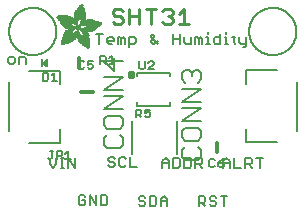
<source format=gbr>
G04 EAGLE Gerber RS-274X export*
G75*
%MOMM*%
%FSLAX34Y34*%
%LPD*%
%INSilkscreen Top*%
%IPPOS*%
%AMOC8*
5,1,8,0,0,1.08239X$1,22.5*%
G01*
%ADD10C,0.152400*%
%ADD11C,0.228600*%
%ADD12C,0.127000*%
%ADD13C,0.304800*%
%ADD14C,0.203200*%
%ADD15R,0.050800X0.006300*%
%ADD16R,0.082600X0.006400*%
%ADD17R,0.120600X0.006300*%
%ADD18R,0.139700X0.006400*%
%ADD19R,0.158800X0.006300*%
%ADD20R,0.177800X0.006400*%
%ADD21R,0.196800X0.006300*%
%ADD22R,0.215900X0.006400*%
%ADD23R,0.228600X0.006300*%
%ADD24R,0.241300X0.006400*%
%ADD25R,0.254000X0.006300*%
%ADD26R,0.266700X0.006400*%
%ADD27R,0.279400X0.006300*%
%ADD28R,0.285700X0.006400*%
%ADD29R,0.298400X0.006300*%
%ADD30R,0.311200X0.006400*%
%ADD31R,0.317500X0.006300*%
%ADD32R,0.330200X0.006400*%
%ADD33R,0.336600X0.006300*%
%ADD34R,0.349200X0.006400*%
%ADD35R,0.361900X0.006300*%
%ADD36R,0.368300X0.006400*%
%ADD37R,0.381000X0.006300*%
%ADD38R,0.387300X0.006400*%
%ADD39R,0.393700X0.006300*%
%ADD40R,0.406400X0.006400*%
%ADD41R,0.412700X0.006300*%
%ADD42R,0.419100X0.006400*%
%ADD43R,0.431800X0.006300*%
%ADD44R,0.438100X0.006400*%
%ADD45R,0.450800X0.006300*%
%ADD46R,0.457200X0.006400*%
%ADD47R,0.463500X0.006300*%
%ADD48R,0.476200X0.006400*%
%ADD49R,0.482600X0.006300*%
%ADD50R,0.488900X0.006400*%
%ADD51R,0.501600X0.006300*%
%ADD52R,0.508000X0.006400*%
%ADD53R,0.514300X0.006300*%
%ADD54R,0.527000X0.006400*%
%ADD55R,0.533400X0.006300*%
%ADD56R,0.546100X0.006400*%
%ADD57R,0.552400X0.006300*%
%ADD58R,0.558800X0.006400*%
%ADD59R,0.571500X0.006300*%
%ADD60R,0.577800X0.006400*%
%ADD61R,0.584200X0.006300*%
%ADD62R,0.596900X0.006400*%
%ADD63R,0.603200X0.006300*%
%ADD64R,0.609600X0.006400*%
%ADD65R,0.622300X0.006300*%
%ADD66R,0.628600X0.006400*%
%ADD67R,0.641300X0.006300*%
%ADD68R,0.647700X0.006400*%
%ADD69R,0.063500X0.006300*%
%ADD70R,0.654000X0.006300*%
%ADD71R,0.101600X0.006400*%
%ADD72R,0.666700X0.006400*%
%ADD73R,0.139700X0.006300*%
%ADD74R,0.673100X0.006300*%
%ADD75R,0.165100X0.006400*%
%ADD76R,0.679400X0.006400*%
%ADD77R,0.196900X0.006300*%
%ADD78R,0.692100X0.006300*%
%ADD79R,0.222200X0.006400*%
%ADD80R,0.698500X0.006400*%
%ADD81R,0.247700X0.006300*%
%ADD82R,0.704800X0.006300*%
%ADD83R,0.279400X0.006400*%
%ADD84R,0.717500X0.006400*%
%ADD85R,0.298500X0.006300*%
%ADD86R,0.723900X0.006300*%
%ADD87R,0.736600X0.006400*%
%ADD88R,0.342900X0.006300*%
%ADD89R,0.742900X0.006300*%
%ADD90R,0.374700X0.006400*%
%ADD91R,0.749300X0.006400*%
%ADD92R,0.762000X0.006300*%
%ADD93R,0.412700X0.006400*%
%ADD94R,0.768300X0.006400*%
%ADD95R,0.438100X0.006300*%
%ADD96R,0.774700X0.006300*%
%ADD97R,0.463600X0.006400*%
%ADD98R,0.787400X0.006400*%
%ADD99R,0.793700X0.006300*%
%ADD100R,0.495300X0.006400*%
%ADD101R,0.800100X0.006400*%
%ADD102R,0.520700X0.006300*%
%ADD103R,0.812800X0.006300*%
%ADD104R,0.533400X0.006400*%
%ADD105R,0.819100X0.006400*%
%ADD106R,0.558800X0.006300*%
%ADD107R,0.825500X0.006300*%
%ADD108R,0.577900X0.006400*%
%ADD109R,0.831800X0.006400*%
%ADD110R,0.596900X0.006300*%
%ADD111R,0.844500X0.006300*%
%ADD112R,0.616000X0.006400*%
%ADD113R,0.850900X0.006400*%
%ADD114R,0.635000X0.006300*%
%ADD115R,0.857200X0.006300*%
%ADD116R,0.654100X0.006400*%
%ADD117R,0.863600X0.006400*%
%ADD118R,0.666700X0.006300*%
%ADD119R,0.869900X0.006300*%
%ADD120R,0.685800X0.006400*%
%ADD121R,0.876300X0.006400*%
%ADD122R,0.882600X0.006300*%
%ADD123R,0.723900X0.006400*%
%ADD124R,0.889000X0.006400*%
%ADD125R,0.895300X0.006300*%
%ADD126R,0.755700X0.006400*%
%ADD127R,0.901700X0.006400*%
%ADD128R,0.908000X0.006300*%
%ADD129R,0.793800X0.006400*%
%ADD130R,0.914400X0.006400*%
%ADD131R,0.806400X0.006300*%
%ADD132R,0.920700X0.006300*%
%ADD133R,0.825500X0.006400*%
%ADD134R,0.927100X0.006400*%
%ADD135R,0.933400X0.006300*%
%ADD136R,0.857300X0.006400*%
%ADD137R,0.939800X0.006400*%
%ADD138R,0.870000X0.006300*%
%ADD139R,0.939800X0.006300*%
%ADD140R,0.946100X0.006400*%
%ADD141R,0.952500X0.006300*%
%ADD142R,0.908000X0.006400*%
%ADD143R,0.958800X0.006400*%
%ADD144R,0.965200X0.006300*%
%ADD145R,0.965200X0.006400*%
%ADD146R,0.971500X0.006300*%
%ADD147R,0.952500X0.006400*%
%ADD148R,0.977900X0.006400*%
%ADD149R,0.958800X0.006300*%
%ADD150R,0.984200X0.006300*%
%ADD151R,0.971500X0.006400*%
%ADD152R,0.984200X0.006400*%
%ADD153R,0.990600X0.006300*%
%ADD154R,0.984300X0.006400*%
%ADD155R,0.996900X0.006400*%
%ADD156R,0.997000X0.006300*%
%ADD157R,0.996900X0.006300*%
%ADD158R,1.003300X0.006400*%
%ADD159R,1.016000X0.006300*%
%ADD160R,1.009600X0.006300*%
%ADD161R,1.016000X0.006400*%
%ADD162R,1.009600X0.006400*%
%ADD163R,1.022300X0.006300*%
%ADD164R,1.028700X0.006400*%
%ADD165R,1.035100X0.006300*%
%ADD166R,1.047800X0.006400*%
%ADD167R,1.054100X0.006300*%
%ADD168R,1.028700X0.006300*%
%ADD169R,1.054100X0.006400*%
%ADD170R,1.035000X0.006400*%
%ADD171R,1.060400X0.006300*%
%ADD172R,1.035000X0.006300*%
%ADD173R,1.060500X0.006400*%
%ADD174R,1.041400X0.006400*%
%ADD175R,1.066800X0.006300*%
%ADD176R,1.041400X0.006300*%
%ADD177R,1.079500X0.006400*%
%ADD178R,1.047700X0.006400*%
%ADD179R,1.085900X0.006300*%
%ADD180R,1.047700X0.006300*%
%ADD181R,1.085800X0.006400*%
%ADD182R,1.092200X0.006300*%
%ADD183R,1.085900X0.006400*%
%ADD184R,1.098600X0.006300*%
%ADD185R,1.098600X0.006400*%
%ADD186R,1.060400X0.006400*%
%ADD187R,1.104900X0.006300*%
%ADD188R,1.104900X0.006400*%
%ADD189R,1.066800X0.006400*%
%ADD190R,1.111200X0.006300*%
%ADD191R,1.117600X0.006400*%
%ADD192R,1.117600X0.006300*%
%ADD193R,1.073100X0.006300*%
%ADD194R,1.073100X0.006400*%
%ADD195R,1.124000X0.006300*%
%ADD196R,1.079500X0.006300*%
%ADD197R,1.123900X0.006400*%
%ADD198R,1.130300X0.006300*%
%ADD199R,1.130300X0.006400*%
%ADD200R,1.136700X0.006400*%
%ADD201R,1.136700X0.006300*%
%ADD202R,1.085800X0.006300*%
%ADD203R,1.136600X0.006400*%
%ADD204R,1.136600X0.006300*%
%ADD205R,1.143000X0.006400*%
%ADD206R,1.143000X0.006300*%
%ADD207R,1.149400X0.006300*%
%ADD208R,1.149300X0.006300*%
%ADD209R,1.149300X0.006400*%
%ADD210R,1.149400X0.006400*%
%ADD211R,1.155700X0.006400*%
%ADD212R,1.155700X0.006300*%
%ADD213R,1.060500X0.006300*%
%ADD214R,2.197100X0.006400*%
%ADD215R,2.197100X0.006300*%
%ADD216R,2.184400X0.006300*%
%ADD217R,2.184400X0.006400*%
%ADD218R,2.171700X0.006400*%
%ADD219R,2.171700X0.006300*%
%ADD220R,1.530300X0.006400*%
%ADD221R,1.505000X0.006300*%
%ADD222R,1.492300X0.006400*%
%ADD223R,1.485900X0.006300*%
%ADD224R,0.565200X0.006300*%
%ADD225R,1.473200X0.006400*%
%ADD226R,0.565200X0.006400*%
%ADD227R,1.460500X0.006300*%
%ADD228R,1.454100X0.006400*%
%ADD229R,0.552400X0.006400*%
%ADD230R,1.441500X0.006300*%
%ADD231R,0.546100X0.006300*%
%ADD232R,1.435100X0.006400*%
%ADD233R,0.539800X0.006400*%
%ADD234R,1.428800X0.006300*%
%ADD235R,1.422400X0.006400*%
%ADD236R,1.409700X0.006300*%
%ADD237R,0.527100X0.006300*%
%ADD238R,1.403300X0.006400*%
%ADD239R,0.527100X0.006400*%
%ADD240R,1.390700X0.006300*%
%ADD241R,1.384300X0.006400*%
%ADD242R,0.520700X0.006400*%
%ADD243R,1.384300X0.006300*%
%ADD244R,0.514400X0.006300*%
%ADD245R,1.371600X0.006400*%
%ADD246R,1.365200X0.006300*%
%ADD247R,0.508000X0.006300*%
%ADD248R,1.352600X0.006400*%
%ADD249R,0.501700X0.006400*%
%ADD250R,0.711200X0.006300*%
%ADD251R,0.603300X0.006300*%
%ADD252R,0.501700X0.006300*%
%ADD253R,0.692100X0.006400*%
%ADD254R,0.571500X0.006400*%
%ADD255R,0.679400X0.006300*%
%ADD256R,0.495300X0.006300*%
%ADD257R,0.673100X0.006400*%
%ADD258R,0.666800X0.006300*%
%ADD259R,0.488900X0.006300*%
%ADD260R,0.660400X0.006400*%
%ADD261R,0.482600X0.006400*%
%ADD262R,0.476200X0.006300*%
%ADD263R,0.654000X0.006400*%
%ADD264R,0.469900X0.006400*%
%ADD265R,0.476300X0.006400*%
%ADD266R,0.647700X0.006300*%
%ADD267R,0.457200X0.006300*%
%ADD268R,0.469900X0.006300*%
%ADD269R,0.641300X0.006400*%
%ADD270R,0.444500X0.006400*%
%ADD271R,0.463600X0.006300*%
%ADD272R,0.635000X0.006400*%
%ADD273R,0.463500X0.006400*%
%ADD274R,0.393700X0.006400*%
%ADD275R,0.450800X0.006400*%
%ADD276R,0.628600X0.006300*%
%ADD277R,0.387400X0.006300*%
%ADD278R,0.450900X0.006300*%
%ADD279R,0.628700X0.006400*%
%ADD280R,0.374600X0.006400*%
%ADD281R,0.368300X0.006300*%
%ADD282R,0.438200X0.006300*%
%ADD283R,0.622300X0.006400*%
%ADD284R,0.355600X0.006400*%
%ADD285R,0.431800X0.006400*%
%ADD286R,0.349300X0.006300*%
%ADD287R,0.425400X0.006300*%
%ADD288R,0.615900X0.006300*%
%ADD289R,0.330200X0.006300*%
%ADD290R,0.419100X0.006300*%
%ADD291R,0.616000X0.006300*%
%ADD292R,0.311200X0.006300*%
%ADD293R,0.406400X0.006300*%
%ADD294R,0.615900X0.006400*%
%ADD295R,0.304800X0.006400*%
%ADD296R,0.158800X0.006400*%
%ADD297R,0.609600X0.006300*%
%ADD298R,0.292100X0.006300*%
%ADD299R,0.235000X0.006300*%
%ADD300R,0.387400X0.006400*%
%ADD301R,0.292100X0.006400*%
%ADD302R,0.336500X0.006300*%
%ADD303R,0.260400X0.006300*%
%ADD304R,0.603300X0.006400*%
%ADD305R,0.260400X0.006400*%
%ADD306R,0.362000X0.006400*%
%ADD307R,0.450900X0.006400*%
%ADD308R,0.355600X0.006300*%
%ADD309R,0.342900X0.006400*%
%ADD310R,0.514300X0.006400*%
%ADD311R,0.234900X0.006300*%
%ADD312R,0.539700X0.006300*%
%ADD313R,0.603200X0.006400*%
%ADD314R,0.234900X0.006400*%
%ADD315R,0.920700X0.006400*%
%ADD316R,0.958900X0.006400*%
%ADD317R,0.215900X0.006300*%
%ADD318R,0.209600X0.006400*%
%ADD319R,0.203200X0.006300*%
%ADD320R,1.003300X0.006300*%
%ADD321R,0.203200X0.006400*%
%ADD322R,0.196900X0.006400*%
%ADD323R,0.190500X0.006300*%
%ADD324R,0.190500X0.006400*%
%ADD325R,0.184200X0.006300*%
%ADD326R,0.590500X0.006400*%
%ADD327R,0.184200X0.006400*%
%ADD328R,0.590500X0.006300*%
%ADD329R,0.177800X0.006300*%
%ADD330R,0.584200X0.006400*%
%ADD331R,1.168400X0.006400*%
%ADD332R,0.171500X0.006300*%
%ADD333R,1.187500X0.006300*%
%ADD334R,1.200100X0.006400*%
%ADD335R,0.577800X0.006300*%
%ADD336R,1.212900X0.006300*%
%ADD337R,1.231900X0.006400*%
%ADD338R,1.250900X0.006300*%
%ADD339R,0.565100X0.006400*%
%ADD340R,0.184100X0.006400*%
%ADD341R,1.263700X0.006400*%
%ADD342R,0.565100X0.006300*%
%ADD343R,1.289100X0.006300*%
%ADD344R,1.314400X0.006400*%
%ADD345R,0.552500X0.006300*%
%ADD346R,1.568500X0.006300*%
%ADD347R,0.552500X0.006400*%
%ADD348R,1.581200X0.006400*%
%ADD349R,1.593800X0.006300*%
%ADD350R,1.606500X0.006400*%
%ADD351R,1.619300X0.006300*%
%ADD352R,0.514400X0.006400*%
%ADD353R,1.638300X0.006400*%
%ADD354R,1.657300X0.006300*%
%ADD355R,2.209800X0.006400*%
%ADD356R,2.425700X0.006300*%
%ADD357R,2.470100X0.006400*%
%ADD358R,2.501900X0.006300*%
%ADD359R,2.533700X0.006400*%
%ADD360R,2.559000X0.006300*%
%ADD361R,2.584500X0.006400*%
%ADD362R,2.609900X0.006300*%
%ADD363R,2.628900X0.006400*%
%ADD364R,2.660600X0.006300*%
%ADD365R,2.673400X0.006400*%
%ADD366R,1.422400X0.006300*%
%ADD367R,1.200200X0.006300*%
%ADD368R,1.365300X0.006300*%
%ADD369R,1.365300X0.006400*%
%ADD370R,1.352500X0.006300*%
%ADD371R,1.098500X0.006300*%
%ADD372R,1.358900X0.006400*%
%ADD373R,1.352600X0.006300*%
%ADD374R,1.358900X0.006300*%
%ADD375R,1.371600X0.006300*%
%ADD376R,1.377900X0.006400*%
%ADD377R,1.397000X0.006400*%
%ADD378R,1.403300X0.006300*%
%ADD379R,0.914400X0.006300*%
%ADD380R,0.876300X0.006300*%
%ADD381R,0.374600X0.006300*%
%ADD382R,1.073200X0.006400*%
%ADD383R,0.374700X0.006300*%
%ADD384R,0.844600X0.006400*%
%ADD385R,0.844600X0.006300*%
%ADD386R,0.831900X0.006400*%
%ADD387R,1.092200X0.006400*%
%ADD388R,0.400000X0.006300*%
%ADD389R,0.819200X0.006400*%
%ADD390R,1.111300X0.006400*%
%ADD391R,0.812800X0.006400*%
%ADD392R,0.800100X0.006300*%
%ADD393R,0.476300X0.006300*%
%ADD394R,1.181100X0.006300*%
%ADD395R,0.501600X0.006400*%
%ADD396R,1.193800X0.006400*%
%ADD397R,0.781000X0.006400*%
%ADD398R,1.238200X0.006400*%
%ADD399R,0.781100X0.006300*%
%ADD400R,1.257300X0.006300*%
%ADD401R,1.295400X0.006400*%
%ADD402R,1.333500X0.006300*%
%ADD403R,0.774700X0.006400*%
%ADD404R,1.866900X0.006400*%
%ADD405R,0.209600X0.006300*%
%ADD406R,1.866900X0.006300*%
%ADD407R,0.768400X0.006400*%
%ADD408R,0.209500X0.006400*%
%ADD409R,1.860600X0.006400*%
%ADD410R,0.762000X0.006400*%
%ADD411R,0.768400X0.006300*%
%ADD412R,1.860600X0.006300*%
%ADD413R,1.860500X0.006400*%
%ADD414R,0.222300X0.006300*%
%ADD415R,1.854200X0.006300*%
%ADD416R,0.235000X0.006400*%
%ADD417R,1.854200X0.006400*%
%ADD418R,0.768300X0.006300*%
%ADD419R,0.260300X0.006400*%
%ADD420R,1.847800X0.006400*%
%ADD421R,0.266700X0.006300*%
%ADD422R,1.847800X0.006300*%
%ADD423R,0.273100X0.006400*%
%ADD424R,1.841500X0.006400*%
%ADD425R,0.285800X0.006300*%
%ADD426R,1.841500X0.006300*%
%ADD427R,0.298500X0.006400*%
%ADD428R,1.835100X0.006400*%
%ADD429R,0.781000X0.006300*%
%ADD430R,0.304800X0.006300*%
%ADD431R,1.835100X0.006300*%
%ADD432R,0.317500X0.006400*%
%ADD433R,1.828800X0.006400*%
%ADD434R,0.787400X0.006300*%
%ADD435R,0.323800X0.006300*%
%ADD436R,1.828800X0.006300*%
%ADD437R,0.793700X0.006400*%
%ADD438R,1.822400X0.006400*%
%ADD439R,0.806500X0.006300*%
%ADD440R,1.822400X0.006300*%
%ADD441R,1.816100X0.006400*%
%ADD442R,0.819100X0.006300*%
%ADD443R,0.387300X0.006300*%
%ADD444R,1.816100X0.006300*%
%ADD445R,1.809800X0.006400*%
%ADD446R,1.803400X0.006300*%
%ADD447R,1.797000X0.006400*%
%ADD448R,0.901700X0.006300*%
%ADD449R,1.797000X0.006300*%
%ADD450R,1.441400X0.006400*%
%ADD451R,1.790700X0.006400*%
%ADD452R,1.447800X0.006300*%
%ADD453R,1.784300X0.006300*%
%ADD454R,1.447800X0.006400*%
%ADD455R,1.784300X0.006400*%
%ADD456R,1.454100X0.006300*%
%ADD457R,1.771700X0.006300*%
%ADD458R,1.460500X0.006400*%
%ADD459R,1.759000X0.006400*%
%ADD460R,1.466800X0.006300*%
%ADD461R,1.752600X0.006300*%
%ADD462R,1.466800X0.006400*%
%ADD463R,1.739900X0.006400*%
%ADD464R,1.473200X0.006300*%
%ADD465R,1.727200X0.006300*%
%ADD466R,1.479500X0.006400*%
%ADD467R,1.714500X0.006400*%
%ADD468R,1.695400X0.006300*%
%ADD469R,1.485900X0.006400*%
%ADD470R,1.682700X0.006400*%
%ADD471R,1.492200X0.006300*%
%ADD472R,1.663700X0.006300*%
%ADD473R,1.498600X0.006400*%
%ADD474R,1.644600X0.006400*%
%ADD475R,1.498600X0.006300*%
%ADD476R,1.619200X0.006300*%
%ADD477R,1.511300X0.006400*%
%ADD478R,1.600200X0.006400*%
%ADD479R,1.517700X0.006300*%
%ADD480R,1.574800X0.006300*%
%ADD481R,1.524000X0.006400*%
%ADD482R,1.555800X0.006400*%
%ADD483R,1.524000X0.006300*%
%ADD484R,1.536700X0.006300*%
%ADD485R,1.530400X0.006400*%
%ADD486R,1.517700X0.006400*%
%ADD487R,1.492300X0.006300*%
%ADD488R,1.549400X0.006400*%
%ADD489R,1.479600X0.006400*%
%ADD490R,1.549400X0.006300*%
%ADD491R,1.555700X0.006400*%
%ADD492R,1.562100X0.006300*%
%ADD493R,0.323900X0.006300*%
%ADD494R,1.568400X0.006400*%
%ADD495R,0.336600X0.006400*%
%ADD496R,1.587500X0.006300*%
%ADD497R,0.971600X0.006300*%
%ADD498R,0.349300X0.006400*%
%ADD499R,1.600200X0.006300*%
%ADD500R,0.920800X0.006300*%
%ADD501R,0.882700X0.006400*%
%ADD502R,1.612900X0.006300*%
%ADD503R,0.362000X0.006300*%
%ADD504R,1.625600X0.006400*%
%ADD505R,1.625600X0.006300*%
%ADD506R,1.644600X0.006300*%
%ADD507R,0.736600X0.006300*%
%ADD508R,0.717600X0.006400*%
%ADD509R,1.657400X0.006300*%
%ADD510R,0.679500X0.006300*%
%ADD511R,1.663700X0.006400*%
%ADD512R,0.400000X0.006400*%
%ADD513R,1.676400X0.006300*%
%ADD514R,1.676400X0.006400*%
%ADD515R,0.425500X0.006400*%
%ADD516R,1.352500X0.006400*%
%ADD517R,0.444500X0.006300*%
%ADD518R,0.361900X0.006400*%
%ADD519R,0.088900X0.006300*%
%ADD520R,1.009700X0.006300*%
%ADD521R,1.009700X0.006400*%
%ADD522R,1.022300X0.006400*%
%ADD523R,1.346200X0.006400*%
%ADD524R,1.346200X0.006300*%
%ADD525R,1.339900X0.006400*%
%ADD526R,1.035100X0.006400*%
%ADD527R,1.339800X0.006300*%
%ADD528R,1.333500X0.006400*%
%ADD529R,1.327200X0.006400*%
%ADD530R,1.320800X0.006300*%
%ADD531R,1.314500X0.006400*%
%ADD532R,1.314400X0.006300*%
%ADD533R,1.301700X0.006400*%
%ADD534R,1.295400X0.006300*%
%ADD535R,1.289000X0.006400*%
%ADD536R,1.276300X0.006300*%
%ADD537R,1.251000X0.006300*%
%ADD538R,1.244600X0.006400*%
%ADD539R,1.231900X0.006300*%
%ADD540R,1.212800X0.006400*%
%ADD541R,1.200100X0.006300*%
%ADD542R,1.187400X0.006400*%
%ADD543R,1.168400X0.006300*%
%ADD544R,1.047800X0.006300*%
%ADD545R,0.977900X0.006300*%
%ADD546R,0.946200X0.006400*%
%ADD547R,0.933400X0.006400*%
%ADD548R,0.895300X0.006400*%
%ADD549R,0.882700X0.006300*%
%ADD550R,0.863600X0.006300*%
%ADD551R,0.857200X0.006400*%
%ADD552R,0.850900X0.006300*%
%ADD553R,0.838200X0.006300*%
%ADD554R,0.806500X0.006400*%
%ADD555R,0.717600X0.006300*%
%ADD556R,0.711200X0.006400*%
%ADD557R,0.641400X0.006400*%
%ADD558R,0.641400X0.006300*%
%ADD559R,0.628700X0.006300*%
%ADD560R,0.590600X0.006300*%
%ADD561R,0.539700X0.006400*%
%ADD562R,0.285700X0.006300*%
%ADD563R,0.222200X0.006300*%
%ADD564R,0.171400X0.006300*%
%ADD565R,0.152400X0.006400*%
%ADD566R,0.133400X0.006300*%
%ADD567R,0.127000X0.762000*%
%ADD568C,0.406400*%

G36*
X37348Y122433D02*
X37348Y122433D01*
X37377Y122430D01*
X37469Y122450D01*
X37562Y122463D01*
X37589Y122476D01*
X37618Y122482D01*
X37698Y122530D01*
X37782Y122572D01*
X37803Y122593D01*
X37829Y122608D01*
X37890Y122680D01*
X37956Y122746D01*
X37969Y122772D01*
X37989Y122795D01*
X38024Y122882D01*
X38066Y122966D01*
X38070Y122996D01*
X38081Y123023D01*
X38099Y123190D01*
X38099Y128270D01*
X38094Y128299D01*
X38097Y128329D01*
X38075Y128420D01*
X38060Y128513D01*
X38046Y128539D01*
X38039Y128568D01*
X37988Y128647D01*
X37944Y128730D01*
X37923Y128751D01*
X37907Y128776D01*
X37834Y128835D01*
X37766Y128900D01*
X37739Y128912D01*
X37716Y128931D01*
X37628Y128964D01*
X37543Y129003D01*
X37513Y129006D01*
X37486Y129017D01*
X37392Y129020D01*
X37299Y129030D01*
X37269Y129024D01*
X37240Y129025D01*
X37150Y128998D01*
X37058Y128978D01*
X37033Y128963D01*
X37004Y128954D01*
X36862Y128864D01*
X33687Y126324D01*
X33618Y126247D01*
X33545Y126174D01*
X33536Y126157D01*
X33523Y126142D01*
X33481Y126046D01*
X33435Y125954D01*
X33433Y125934D01*
X33425Y125916D01*
X33416Y125813D01*
X33402Y125710D01*
X33406Y125691D01*
X33404Y125671D01*
X33429Y125570D01*
X33448Y125468D01*
X33458Y125451D01*
X33462Y125432D01*
X33518Y125345D01*
X33569Y125254D01*
X33586Y125237D01*
X33594Y125224D01*
X33619Y125204D01*
X33687Y125136D01*
X36862Y122596D01*
X36888Y122581D01*
X36910Y122561D01*
X36995Y122521D01*
X37077Y122475D01*
X37106Y122469D01*
X37133Y122457D01*
X37226Y122447D01*
X37318Y122429D01*
X37348Y122433D01*
G37*
D10*
X39723Y45600D02*
X39723Y39838D01*
X42605Y36957D01*
X45486Y39838D01*
X45486Y45600D01*
X49079Y36957D02*
X51960Y36957D01*
X50519Y36957D02*
X50519Y45600D01*
X49079Y45600D02*
X51960Y45600D01*
X55315Y45600D02*
X55315Y36957D01*
X61078Y36957D02*
X55315Y45600D01*
X61078Y45600D02*
X61078Y36957D01*
X119321Y13215D02*
X120761Y11775D01*
X119321Y13215D02*
X116440Y13215D01*
X114999Y11775D01*
X114999Y10334D01*
X116440Y8894D01*
X119321Y8894D01*
X120761Y7453D01*
X120761Y6013D01*
X119321Y4572D01*
X116440Y4572D01*
X114999Y6013D01*
X124354Y4572D02*
X124354Y13215D01*
X124354Y4572D02*
X128676Y4572D01*
X130117Y6013D01*
X130117Y11775D01*
X128676Y13215D01*
X124354Y13215D01*
X133710Y10334D02*
X133710Y4572D01*
X133710Y10334D02*
X136591Y13215D01*
X139472Y10334D01*
X139472Y4572D01*
X139472Y8894D02*
X133710Y8894D01*
X135087Y36957D02*
X135087Y42719D01*
X137968Y45600D01*
X140849Y42719D01*
X140849Y36957D01*
X140849Y41279D02*
X135087Y41279D01*
X144442Y45600D02*
X144442Y36957D01*
X148764Y36957D01*
X150204Y38398D01*
X150204Y44160D01*
X148764Y45600D01*
X144442Y45600D01*
X153797Y45600D02*
X153797Y36957D01*
X158119Y36957D01*
X159559Y38398D01*
X159559Y44160D01*
X158119Y45600D01*
X153797Y45600D01*
X163152Y45600D02*
X163152Y36957D01*
X163152Y45600D02*
X167474Y45600D01*
X168914Y44160D01*
X168914Y41279D01*
X167474Y39838D01*
X163152Y39838D01*
X166033Y39838D02*
X168914Y36957D01*
D11*
X101704Y169427D02*
X99544Y171588D01*
X95222Y171588D01*
X93061Y169427D01*
X93061Y167266D01*
X95222Y165106D01*
X99544Y165106D01*
X101704Y162945D01*
X101704Y160784D01*
X99544Y158623D01*
X95222Y158623D01*
X93061Y160784D01*
X107094Y158623D02*
X107094Y171588D01*
X107094Y165106D02*
X115737Y165106D01*
X115737Y171588D02*
X115737Y158623D01*
X125448Y158623D02*
X125448Y171588D01*
X121127Y171588D02*
X129770Y171588D01*
X135159Y169427D02*
X137320Y171588D01*
X141642Y171588D01*
X143803Y169427D01*
X143803Y167266D01*
X141642Y165106D01*
X139481Y165106D01*
X141642Y165106D02*
X143803Y162945D01*
X143803Y160784D01*
X141642Y158623D01*
X137320Y158623D01*
X135159Y160784D01*
X149192Y167266D02*
X153514Y171588D01*
X153514Y158623D01*
X149192Y158623D02*
X157836Y158623D01*
D10*
X81667Y150375D02*
X81667Y141732D01*
X78786Y150375D02*
X84548Y150375D01*
X89581Y141732D02*
X92463Y141732D01*
X89581Y141732D02*
X88141Y143173D01*
X88141Y146054D01*
X89581Y147494D01*
X92463Y147494D01*
X93903Y146054D01*
X93903Y144613D01*
X88141Y144613D01*
X97496Y141732D02*
X97496Y147494D01*
X98937Y147494D01*
X100377Y146054D01*
X100377Y141732D01*
X100377Y146054D02*
X101818Y147494D01*
X103258Y146054D01*
X103258Y141732D01*
X106851Y138851D02*
X106851Y147494D01*
X111173Y147494D01*
X112613Y146054D01*
X112613Y143173D01*
X111173Y141732D01*
X106851Y141732D01*
X128443Y141732D02*
X131324Y144613D01*
X128443Y141732D02*
X127002Y141732D01*
X125562Y143173D01*
X125562Y144613D01*
X128443Y147494D01*
X128443Y148935D01*
X127002Y150375D01*
X125562Y148935D01*
X125562Y147494D01*
X131324Y141732D01*
X144272Y141732D02*
X144272Y150375D01*
X144272Y146054D02*
X150034Y146054D01*
X150034Y150375D02*
X150034Y141732D01*
X153627Y143173D02*
X153627Y147494D01*
X153627Y143173D02*
X155068Y141732D01*
X159389Y141732D01*
X159389Y147494D01*
X162982Y147494D02*
X162982Y141732D01*
X162982Y147494D02*
X164423Y147494D01*
X165863Y146054D01*
X165863Y141732D01*
X165863Y146054D02*
X167304Y147494D01*
X168745Y146054D01*
X168745Y141732D01*
X172338Y147494D02*
X173778Y147494D01*
X173778Y141732D01*
X172338Y141732D02*
X175219Y141732D01*
X173778Y150375D02*
X173778Y151816D01*
X184337Y150375D02*
X184337Y141732D01*
X180015Y141732D01*
X178574Y143173D01*
X178574Y146054D01*
X180015Y147494D01*
X184337Y147494D01*
X187930Y147494D02*
X189370Y147494D01*
X189370Y141732D01*
X187930Y141732D02*
X190811Y141732D01*
X189370Y150375D02*
X189370Y151816D01*
X195607Y148935D02*
X195607Y143173D01*
X197047Y141732D01*
X197047Y147494D02*
X194166Y147494D01*
X200403Y147494D02*
X200403Y143173D01*
X201844Y141732D01*
X206165Y141732D01*
X206165Y140291D02*
X206165Y147494D01*
X206165Y140291D02*
X204725Y138851D01*
X203284Y138851D01*
D12*
X8894Y125095D02*
X5928Y125095D01*
X8894Y125095D02*
X10377Y126578D01*
X10377Y129544D01*
X8894Y131027D01*
X5928Y131027D01*
X4445Y129544D01*
X4445Y126578D01*
X5928Y125095D01*
X13800Y125095D02*
X13800Y131027D01*
X18249Y131027D01*
X19732Y129544D01*
X19732Y125095D01*
D10*
X68521Y13850D02*
X69961Y12410D01*
X68521Y13850D02*
X65640Y13850D01*
X64199Y12410D01*
X64199Y6648D01*
X65640Y5207D01*
X68521Y5207D01*
X69961Y6648D01*
X69961Y9529D01*
X67080Y9529D01*
X73554Y13850D02*
X73554Y5207D01*
X79317Y5207D02*
X73554Y13850D01*
X79317Y13850D02*
X79317Y5207D01*
X82910Y5207D02*
X82910Y13850D01*
X82910Y5207D02*
X87231Y5207D01*
X88672Y6648D01*
X88672Y12410D01*
X87231Y13850D01*
X82910Y13850D01*
X94726Y44795D02*
X93286Y46235D01*
X90405Y46235D01*
X88964Y44795D01*
X88964Y43354D01*
X90405Y41914D01*
X93286Y41914D01*
X94726Y40473D01*
X94726Y39033D01*
X93286Y37592D01*
X90405Y37592D01*
X88964Y39033D01*
X102641Y46235D02*
X104082Y44795D01*
X102641Y46235D02*
X99760Y46235D01*
X98319Y44795D01*
X98319Y39033D01*
X99760Y37592D01*
X102641Y37592D01*
X104082Y39033D01*
X107675Y37592D02*
X107675Y46235D01*
X107675Y37592D02*
X113437Y37592D01*
X165799Y13215D02*
X165799Y4572D01*
X165799Y13215D02*
X170121Y13215D01*
X171561Y11775D01*
X171561Y8894D01*
X170121Y7453D01*
X165799Y7453D01*
X168680Y7453D02*
X171561Y4572D01*
X179476Y13215D02*
X180917Y11775D01*
X179476Y13215D02*
X176595Y13215D01*
X175154Y11775D01*
X175154Y10334D01*
X176595Y8894D01*
X179476Y8894D01*
X180917Y7453D01*
X180917Y6013D01*
X179476Y4572D01*
X176595Y4572D01*
X175154Y6013D01*
X187391Y4572D02*
X187391Y13215D01*
X184510Y13215D02*
X190272Y13215D01*
X186522Y36957D02*
X186522Y42719D01*
X189403Y45600D01*
X192284Y42719D01*
X192284Y36957D01*
X192284Y41279D02*
X186522Y41279D01*
X195877Y45600D02*
X195877Y36957D01*
X201639Y36957D01*
X205232Y36957D02*
X205232Y45600D01*
X209554Y45600D01*
X210994Y44160D01*
X210994Y41279D01*
X209554Y39838D01*
X205232Y39838D01*
X208113Y39838D02*
X210994Y36957D01*
X217468Y36957D02*
X217468Y45600D01*
X214587Y45600D02*
X220349Y45600D01*
D13*
X76200Y100965D02*
X66040Y100965D01*
D10*
X68668Y126285D02*
X67567Y127387D01*
X65364Y127387D01*
X64262Y126285D01*
X64262Y121879D01*
X65364Y120777D01*
X67567Y120777D01*
X68668Y121879D01*
X71746Y127387D02*
X76153Y127387D01*
X71746Y127387D02*
X71746Y124082D01*
X73949Y125183D01*
X75051Y125183D01*
X76153Y124082D01*
X76153Y121879D01*
X75051Y120777D01*
X72848Y120777D01*
X71746Y121879D01*
D13*
X181610Y57975D02*
X181610Y49975D01*
D10*
X178329Y44329D02*
X179430Y43227D01*
X178329Y44329D02*
X176125Y44329D01*
X175024Y43227D01*
X175024Y38821D01*
X176125Y37719D01*
X178329Y37719D01*
X179430Y38821D01*
X184711Y43227D02*
X186914Y44329D01*
X184711Y43227D02*
X182508Y41024D01*
X182508Y38821D01*
X183609Y37719D01*
X185813Y37719D01*
X186914Y38821D01*
X186914Y39922D01*
X185813Y41024D01*
X182508Y41024D01*
D14*
X147270Y48865D02*
X147270Y76865D01*
X109270Y76865D02*
X109270Y48865D01*
D10*
X113032Y79627D02*
X113032Y86237D01*
X116337Y86237D01*
X117438Y85135D01*
X117438Y82932D01*
X116337Y81830D01*
X113032Y81830D01*
X115235Y81830D02*
X117438Y79627D01*
X120516Y86237D02*
X124923Y86237D01*
X120516Y86237D02*
X120516Y82932D01*
X122719Y84033D01*
X123821Y84033D01*
X124923Y82932D01*
X124923Y80729D01*
X123821Y79627D01*
X121618Y79627D01*
X120516Y80729D01*
D14*
X5400Y152400D02*
X5406Y152891D01*
X5424Y153381D01*
X5454Y153871D01*
X5496Y154360D01*
X5550Y154848D01*
X5616Y155335D01*
X5694Y155819D01*
X5784Y156302D01*
X5886Y156782D01*
X5999Y157260D01*
X6124Y157734D01*
X6261Y158206D01*
X6409Y158674D01*
X6569Y159138D01*
X6740Y159598D01*
X6922Y160054D01*
X7116Y160505D01*
X7320Y160951D01*
X7536Y161392D01*
X7762Y161828D01*
X7998Y162258D01*
X8245Y162682D01*
X8503Y163100D01*
X8771Y163511D01*
X9048Y163916D01*
X9336Y164314D01*
X9633Y164705D01*
X9940Y165088D01*
X10256Y165463D01*
X10581Y165831D01*
X10915Y166191D01*
X11258Y166542D01*
X11609Y166885D01*
X11969Y167219D01*
X12337Y167544D01*
X12712Y167860D01*
X13095Y168167D01*
X13486Y168464D01*
X13884Y168752D01*
X14289Y169029D01*
X14700Y169297D01*
X15118Y169555D01*
X15542Y169802D01*
X15972Y170038D01*
X16408Y170264D01*
X16849Y170480D01*
X17295Y170684D01*
X17746Y170878D01*
X18202Y171060D01*
X18662Y171231D01*
X19126Y171391D01*
X19594Y171539D01*
X20066Y171676D01*
X20540Y171801D01*
X21018Y171914D01*
X21498Y172016D01*
X21981Y172106D01*
X22465Y172184D01*
X22952Y172250D01*
X23440Y172304D01*
X23929Y172346D01*
X24419Y172376D01*
X24909Y172394D01*
X25400Y172400D01*
X25891Y172394D01*
X26381Y172376D01*
X26871Y172346D01*
X27360Y172304D01*
X27848Y172250D01*
X28335Y172184D01*
X28819Y172106D01*
X29302Y172016D01*
X29782Y171914D01*
X30260Y171801D01*
X30734Y171676D01*
X31206Y171539D01*
X31674Y171391D01*
X32138Y171231D01*
X32598Y171060D01*
X33054Y170878D01*
X33505Y170684D01*
X33951Y170480D01*
X34392Y170264D01*
X34828Y170038D01*
X35258Y169802D01*
X35682Y169555D01*
X36100Y169297D01*
X36511Y169029D01*
X36916Y168752D01*
X37314Y168464D01*
X37705Y168167D01*
X38088Y167860D01*
X38463Y167544D01*
X38831Y167219D01*
X39191Y166885D01*
X39542Y166542D01*
X39885Y166191D01*
X40219Y165831D01*
X40544Y165463D01*
X40860Y165088D01*
X41167Y164705D01*
X41464Y164314D01*
X41752Y163916D01*
X42029Y163511D01*
X42297Y163100D01*
X42555Y162682D01*
X42802Y162258D01*
X43038Y161828D01*
X43264Y161392D01*
X43480Y160951D01*
X43684Y160505D01*
X43878Y160054D01*
X44060Y159598D01*
X44231Y159138D01*
X44391Y158674D01*
X44539Y158206D01*
X44676Y157734D01*
X44801Y157260D01*
X44914Y156782D01*
X45016Y156302D01*
X45106Y155819D01*
X45184Y155335D01*
X45250Y154848D01*
X45304Y154360D01*
X45346Y153871D01*
X45376Y153381D01*
X45394Y152891D01*
X45400Y152400D01*
X45394Y151909D01*
X45376Y151419D01*
X45346Y150929D01*
X45304Y150440D01*
X45250Y149952D01*
X45184Y149465D01*
X45106Y148981D01*
X45016Y148498D01*
X44914Y148018D01*
X44801Y147540D01*
X44676Y147066D01*
X44539Y146594D01*
X44391Y146126D01*
X44231Y145662D01*
X44060Y145202D01*
X43878Y144746D01*
X43684Y144295D01*
X43480Y143849D01*
X43264Y143408D01*
X43038Y142972D01*
X42802Y142542D01*
X42555Y142118D01*
X42297Y141700D01*
X42029Y141289D01*
X41752Y140884D01*
X41464Y140486D01*
X41167Y140095D01*
X40860Y139712D01*
X40544Y139337D01*
X40219Y138969D01*
X39885Y138609D01*
X39542Y138258D01*
X39191Y137915D01*
X38831Y137581D01*
X38463Y137256D01*
X38088Y136940D01*
X37705Y136633D01*
X37314Y136336D01*
X36916Y136048D01*
X36511Y135771D01*
X36100Y135503D01*
X35682Y135245D01*
X35258Y134998D01*
X34828Y134762D01*
X34392Y134536D01*
X33951Y134320D01*
X33505Y134116D01*
X33054Y133922D01*
X32598Y133740D01*
X32138Y133569D01*
X31674Y133409D01*
X31206Y133261D01*
X30734Y133124D01*
X30260Y132999D01*
X29782Y132886D01*
X29302Y132784D01*
X28819Y132694D01*
X28335Y132616D01*
X27848Y132550D01*
X27360Y132496D01*
X26871Y132454D01*
X26381Y132424D01*
X25891Y132406D01*
X25400Y132400D01*
X24909Y132406D01*
X24419Y132424D01*
X23929Y132454D01*
X23440Y132496D01*
X22952Y132550D01*
X22465Y132616D01*
X21981Y132694D01*
X21498Y132784D01*
X21018Y132886D01*
X20540Y132999D01*
X20066Y133124D01*
X19594Y133261D01*
X19126Y133409D01*
X18662Y133569D01*
X18202Y133740D01*
X17746Y133922D01*
X17295Y134116D01*
X16849Y134320D01*
X16408Y134536D01*
X15972Y134762D01*
X15542Y134998D01*
X15118Y135245D01*
X14700Y135503D01*
X14289Y135771D01*
X13884Y136048D01*
X13486Y136336D01*
X13095Y136633D01*
X12712Y136940D01*
X12337Y137256D01*
X11969Y137581D01*
X11609Y137915D01*
X11258Y138258D01*
X10915Y138609D01*
X10581Y138969D01*
X10256Y139337D01*
X9940Y139712D01*
X9633Y140095D01*
X9336Y140486D01*
X9048Y140884D01*
X8771Y141289D01*
X8503Y141700D01*
X8245Y142118D01*
X7998Y142542D01*
X7762Y142972D01*
X7536Y143408D01*
X7320Y143849D01*
X7116Y144295D01*
X6922Y144746D01*
X6740Y145202D01*
X6569Y145662D01*
X6409Y146126D01*
X6261Y146594D01*
X6124Y147066D01*
X5999Y147540D01*
X5886Y148018D01*
X5784Y148498D01*
X5694Y148981D01*
X5616Y149465D01*
X5550Y149952D01*
X5496Y150440D01*
X5454Y150929D01*
X5424Y151419D01*
X5406Y151909D01*
X5400Y152400D01*
X208600Y152400D02*
X208606Y152891D01*
X208624Y153381D01*
X208654Y153871D01*
X208696Y154360D01*
X208750Y154848D01*
X208816Y155335D01*
X208894Y155819D01*
X208984Y156302D01*
X209086Y156782D01*
X209199Y157260D01*
X209324Y157734D01*
X209461Y158206D01*
X209609Y158674D01*
X209769Y159138D01*
X209940Y159598D01*
X210122Y160054D01*
X210316Y160505D01*
X210520Y160951D01*
X210736Y161392D01*
X210962Y161828D01*
X211198Y162258D01*
X211445Y162682D01*
X211703Y163100D01*
X211971Y163511D01*
X212248Y163916D01*
X212536Y164314D01*
X212833Y164705D01*
X213140Y165088D01*
X213456Y165463D01*
X213781Y165831D01*
X214115Y166191D01*
X214458Y166542D01*
X214809Y166885D01*
X215169Y167219D01*
X215537Y167544D01*
X215912Y167860D01*
X216295Y168167D01*
X216686Y168464D01*
X217084Y168752D01*
X217489Y169029D01*
X217900Y169297D01*
X218318Y169555D01*
X218742Y169802D01*
X219172Y170038D01*
X219608Y170264D01*
X220049Y170480D01*
X220495Y170684D01*
X220946Y170878D01*
X221402Y171060D01*
X221862Y171231D01*
X222326Y171391D01*
X222794Y171539D01*
X223266Y171676D01*
X223740Y171801D01*
X224218Y171914D01*
X224698Y172016D01*
X225181Y172106D01*
X225665Y172184D01*
X226152Y172250D01*
X226640Y172304D01*
X227129Y172346D01*
X227619Y172376D01*
X228109Y172394D01*
X228600Y172400D01*
X229091Y172394D01*
X229581Y172376D01*
X230071Y172346D01*
X230560Y172304D01*
X231048Y172250D01*
X231535Y172184D01*
X232019Y172106D01*
X232502Y172016D01*
X232982Y171914D01*
X233460Y171801D01*
X233934Y171676D01*
X234406Y171539D01*
X234874Y171391D01*
X235338Y171231D01*
X235798Y171060D01*
X236254Y170878D01*
X236705Y170684D01*
X237151Y170480D01*
X237592Y170264D01*
X238028Y170038D01*
X238458Y169802D01*
X238882Y169555D01*
X239300Y169297D01*
X239711Y169029D01*
X240116Y168752D01*
X240514Y168464D01*
X240905Y168167D01*
X241288Y167860D01*
X241663Y167544D01*
X242031Y167219D01*
X242391Y166885D01*
X242742Y166542D01*
X243085Y166191D01*
X243419Y165831D01*
X243744Y165463D01*
X244060Y165088D01*
X244367Y164705D01*
X244664Y164314D01*
X244952Y163916D01*
X245229Y163511D01*
X245497Y163100D01*
X245755Y162682D01*
X246002Y162258D01*
X246238Y161828D01*
X246464Y161392D01*
X246680Y160951D01*
X246884Y160505D01*
X247078Y160054D01*
X247260Y159598D01*
X247431Y159138D01*
X247591Y158674D01*
X247739Y158206D01*
X247876Y157734D01*
X248001Y157260D01*
X248114Y156782D01*
X248216Y156302D01*
X248306Y155819D01*
X248384Y155335D01*
X248450Y154848D01*
X248504Y154360D01*
X248546Y153871D01*
X248576Y153381D01*
X248594Y152891D01*
X248600Y152400D01*
X248594Y151909D01*
X248576Y151419D01*
X248546Y150929D01*
X248504Y150440D01*
X248450Y149952D01*
X248384Y149465D01*
X248306Y148981D01*
X248216Y148498D01*
X248114Y148018D01*
X248001Y147540D01*
X247876Y147066D01*
X247739Y146594D01*
X247591Y146126D01*
X247431Y145662D01*
X247260Y145202D01*
X247078Y144746D01*
X246884Y144295D01*
X246680Y143849D01*
X246464Y143408D01*
X246238Y142972D01*
X246002Y142542D01*
X245755Y142118D01*
X245497Y141700D01*
X245229Y141289D01*
X244952Y140884D01*
X244664Y140486D01*
X244367Y140095D01*
X244060Y139712D01*
X243744Y139337D01*
X243419Y138969D01*
X243085Y138609D01*
X242742Y138258D01*
X242391Y137915D01*
X242031Y137581D01*
X241663Y137256D01*
X241288Y136940D01*
X240905Y136633D01*
X240514Y136336D01*
X240116Y136048D01*
X239711Y135771D01*
X239300Y135503D01*
X238882Y135245D01*
X238458Y134998D01*
X238028Y134762D01*
X237592Y134536D01*
X237151Y134320D01*
X236705Y134116D01*
X236254Y133922D01*
X235798Y133740D01*
X235338Y133569D01*
X234874Y133409D01*
X234406Y133261D01*
X233934Y133124D01*
X233460Y132999D01*
X232982Y132886D01*
X232502Y132784D01*
X232019Y132694D01*
X231535Y132616D01*
X231048Y132550D01*
X230560Y132496D01*
X230071Y132454D01*
X229581Y132424D01*
X229091Y132406D01*
X228600Y132400D01*
X228109Y132406D01*
X227619Y132424D01*
X227129Y132454D01*
X226640Y132496D01*
X226152Y132550D01*
X225665Y132616D01*
X225181Y132694D01*
X224698Y132784D01*
X224218Y132886D01*
X223740Y132999D01*
X223266Y133124D01*
X222794Y133261D01*
X222326Y133409D01*
X221862Y133569D01*
X221402Y133740D01*
X220946Y133922D01*
X220495Y134116D01*
X220049Y134320D01*
X219608Y134536D01*
X219172Y134762D01*
X218742Y134998D01*
X218318Y135245D01*
X217900Y135503D01*
X217489Y135771D01*
X217084Y136048D01*
X216686Y136336D01*
X216295Y136633D01*
X215912Y136940D01*
X215537Y137256D01*
X215169Y137581D01*
X214809Y137915D01*
X214458Y138258D01*
X214115Y138609D01*
X213781Y138969D01*
X213456Y139337D01*
X213140Y139712D01*
X212833Y140095D01*
X212536Y140486D01*
X212248Y140884D01*
X211971Y141289D01*
X211703Y141700D01*
X211445Y142118D01*
X211198Y142542D01*
X210962Y142972D01*
X210736Y143408D01*
X210520Y143849D01*
X210316Y144295D01*
X210122Y144746D01*
X209940Y145202D01*
X209769Y145662D01*
X209609Y146126D01*
X209461Y146594D01*
X209324Y147066D01*
X209199Y147540D01*
X209086Y148018D01*
X208984Y148498D01*
X208894Y148981D01*
X208816Y149465D01*
X208750Y149952D01*
X208696Y150440D01*
X208654Y150929D01*
X208624Y151419D01*
X208606Y151909D01*
X208600Y152400D01*
D10*
X205825Y58900D02*
X231825Y58900D01*
X205825Y58900D02*
X205825Y69900D01*
X205825Y107900D02*
X205825Y119900D01*
X231825Y119900D01*
X248825Y109900D02*
X248825Y67900D01*
X154645Y54509D02*
X151933Y51797D01*
X151933Y46374D01*
X154645Y43662D01*
X165491Y43662D01*
X168203Y46374D01*
X168203Y51797D01*
X165491Y54509D01*
X151933Y62745D02*
X151933Y68169D01*
X151933Y62745D02*
X154645Y60034D01*
X165491Y60034D01*
X168203Y62745D01*
X168203Y68169D01*
X165491Y70880D01*
X154645Y70880D01*
X151933Y68169D01*
X151933Y76405D02*
X168203Y76405D01*
X168203Y87252D02*
X151933Y76405D01*
X151933Y87252D02*
X168203Y87252D01*
X168203Y92777D02*
X151933Y92777D01*
X168203Y103623D01*
X151933Y103623D01*
X154645Y109148D02*
X151933Y111860D01*
X151933Y117283D01*
X154645Y119995D01*
X157356Y119995D01*
X160068Y117283D01*
X160068Y114572D01*
X160068Y117283D02*
X162780Y119995D01*
X165491Y119995D01*
X168203Y117283D01*
X168203Y111860D01*
X165491Y109148D01*
X48175Y118900D02*
X22175Y118900D01*
X48175Y118900D02*
X48175Y107900D01*
X48175Y69900D02*
X48175Y57900D01*
X22175Y57900D01*
X5175Y67900D02*
X5175Y109900D01*
X85783Y61939D02*
X88495Y64651D01*
X85783Y61939D02*
X85783Y56516D01*
X88495Y53804D01*
X99341Y53804D01*
X102053Y56516D01*
X102053Y61939D01*
X99341Y64651D01*
X85783Y72887D02*
X85783Y78311D01*
X85783Y72887D02*
X88495Y70176D01*
X99341Y70176D01*
X102053Y72887D01*
X102053Y78311D01*
X99341Y81022D01*
X88495Y81022D01*
X85783Y78311D01*
X85783Y86547D02*
X102053Y86547D01*
X102053Y97394D02*
X85783Y86547D01*
X85783Y97394D02*
X102053Y97394D01*
X102053Y102919D02*
X85783Y102919D01*
X102053Y113765D01*
X85783Y113765D01*
X85783Y127425D02*
X102053Y127425D01*
X93918Y119290D02*
X85783Y127425D01*
X93918Y130137D02*
X93918Y119290D01*
D15*
X72358Y137351D03*
D16*
X72390Y137414D03*
D17*
X72390Y137478D03*
D18*
X72359Y137541D03*
D19*
X72390Y137605D03*
D20*
X72358Y137668D03*
D21*
X72390Y137732D03*
D22*
X72359Y137795D03*
D23*
X72358Y137859D03*
D24*
X72295Y137922D03*
D25*
X72295Y137986D03*
D26*
X72232Y138049D03*
D27*
X72231Y138113D03*
D28*
X72200Y138176D03*
D29*
X72136Y138240D03*
D30*
X72136Y138303D03*
D31*
X72105Y138367D03*
D32*
X72041Y138430D03*
D33*
X72009Y138494D03*
D34*
X72009Y138557D03*
D35*
X71946Y138621D03*
D36*
X71914Y138684D03*
D37*
X71850Y138748D03*
D38*
X71819Y138811D03*
D39*
X71787Y138875D03*
D40*
X71723Y138938D03*
D41*
X71692Y139002D03*
D42*
X71660Y139065D03*
D43*
X71596Y139129D03*
D44*
X71565Y139192D03*
D45*
X71501Y139256D03*
D46*
X71469Y139319D03*
D47*
X71438Y139383D03*
D48*
X71374Y139446D03*
D49*
X71342Y139510D03*
D50*
X71311Y139573D03*
D51*
X71247Y139637D03*
D52*
X71215Y139700D03*
D53*
X71184Y139764D03*
D54*
X71120Y139827D03*
D55*
X71088Y139891D03*
D56*
X71025Y139954D03*
D57*
X70993Y140018D03*
D58*
X70961Y140081D03*
D59*
X70898Y140145D03*
D60*
X70866Y140208D03*
D61*
X70834Y140272D03*
D62*
X70771Y140335D03*
D63*
X70739Y140399D03*
D64*
X70707Y140462D03*
D65*
X70644Y140526D03*
D66*
X70612Y140589D03*
D67*
X70549Y140653D03*
D68*
X70517Y140716D03*
D69*
X50705Y140780D03*
D70*
X70485Y140780D03*
D71*
X50705Y140843D03*
D72*
X70422Y140843D03*
D73*
X50769Y140907D03*
D74*
X70390Y140907D03*
D75*
X50832Y140970D03*
D76*
X70358Y140970D03*
D77*
X50864Y141034D03*
D78*
X70295Y141034D03*
D79*
X50927Y141097D03*
D80*
X70263Y141097D03*
D81*
X50991Y141161D03*
D82*
X70231Y141161D03*
D83*
X51086Y141224D03*
D84*
X70168Y141224D03*
D85*
X51118Y141288D03*
D86*
X70136Y141288D03*
D32*
X51213Y141351D03*
D87*
X70072Y141351D03*
D88*
X51277Y141415D03*
D89*
X70041Y141415D03*
D90*
X51372Y141478D03*
D91*
X70009Y141478D03*
D39*
X51467Y141542D03*
D92*
X69945Y141542D03*
D93*
X51499Y141605D03*
D94*
X69914Y141605D03*
D95*
X51626Y141669D03*
D96*
X69882Y141669D03*
D97*
X51689Y141732D03*
D98*
X69818Y141732D03*
D49*
X51784Y141796D03*
D99*
X69787Y141796D03*
D100*
X51848Y141859D03*
D101*
X69755Y141859D03*
D102*
X51975Y141923D03*
D103*
X69691Y141923D03*
D104*
X52038Y141986D03*
D105*
X69660Y141986D03*
D106*
X52165Y142050D03*
D107*
X69628Y142050D03*
D108*
X52261Y142113D03*
D109*
X69596Y142113D03*
D110*
X52356Y142177D03*
D111*
X69533Y142177D03*
D112*
X52451Y142240D03*
D113*
X69501Y142240D03*
D114*
X52546Y142304D03*
D115*
X69469Y142304D03*
D116*
X52642Y142367D03*
D117*
X69437Y142367D03*
D118*
X52769Y142431D03*
D119*
X69406Y142431D03*
D120*
X52864Y142494D03*
D121*
X69374Y142494D03*
D82*
X52959Y142558D03*
D122*
X69342Y142558D03*
D123*
X53055Y142621D03*
D124*
X69310Y142621D03*
D89*
X53150Y142685D03*
D125*
X69279Y142685D03*
D126*
X53277Y142748D03*
D127*
X69247Y142748D03*
D96*
X53372Y142812D03*
D128*
X69215Y142812D03*
D129*
X53467Y142875D03*
D130*
X69183Y142875D03*
D131*
X53594Y142939D03*
D132*
X69152Y142939D03*
D133*
X53690Y143002D03*
D134*
X69120Y143002D03*
D111*
X53785Y143066D03*
D135*
X69088Y143066D03*
D136*
X53912Y143129D03*
D137*
X69056Y143129D03*
D138*
X53975Y143193D03*
D139*
X69056Y143193D03*
D124*
X54070Y143256D03*
D140*
X69025Y143256D03*
D125*
X54166Y143320D03*
D141*
X68993Y143320D03*
D142*
X54229Y143383D03*
D143*
X68961Y143383D03*
D132*
X54293Y143447D03*
D144*
X68929Y143447D03*
D134*
X54388Y143510D03*
D145*
X68929Y143510D03*
D139*
X54451Y143574D03*
D146*
X68898Y143574D03*
D147*
X54515Y143637D03*
D148*
X68866Y143637D03*
D149*
X54610Y143701D03*
D150*
X68834Y143701D03*
D151*
X54674Y143764D03*
D152*
X68834Y143764D03*
D150*
X54737Y143828D03*
D153*
X68802Y143828D03*
D154*
X54801Y143891D03*
D155*
X68771Y143891D03*
D156*
X54864Y143955D03*
D157*
X68771Y143955D03*
D158*
X54896Y144018D03*
X68739Y144018D03*
D159*
X54959Y144082D03*
D160*
X68707Y144082D03*
D161*
X55023Y144145D03*
D162*
X68707Y144145D03*
D163*
X55055Y144209D03*
D159*
X68675Y144209D03*
D164*
X55150Y144272D03*
D161*
X68675Y144272D03*
D165*
X55182Y144336D03*
D163*
X68644Y144336D03*
D166*
X55245Y144399D03*
D164*
X68612Y144399D03*
D167*
X55277Y144463D03*
D168*
X68612Y144463D03*
D169*
X55341Y144526D03*
D170*
X68580Y144526D03*
D171*
X55372Y144590D03*
D172*
X68580Y144590D03*
D173*
X55436Y144653D03*
D174*
X68548Y144653D03*
D175*
X55467Y144717D03*
D176*
X68548Y144717D03*
D177*
X55531Y144780D03*
D178*
X68517Y144780D03*
D179*
X55563Y144844D03*
D180*
X68517Y144844D03*
D181*
X55626Y144907D03*
D169*
X68485Y144907D03*
D182*
X55658Y144971D03*
D167*
X68485Y144971D03*
D183*
X55690Y145034D03*
D169*
X68485Y145034D03*
D184*
X55753Y145098D03*
D171*
X68453Y145098D03*
D185*
X55753Y145161D03*
D186*
X68453Y145161D03*
D187*
X55785Y145225D03*
D175*
X68421Y145225D03*
D188*
X55849Y145288D03*
D189*
X68421Y145288D03*
D190*
X55880Y145352D03*
D175*
X68421Y145352D03*
D191*
X55912Y145415D03*
D189*
X68421Y145415D03*
D192*
X55975Y145479D03*
D193*
X68390Y145479D03*
D191*
X55975Y145542D03*
D194*
X68390Y145542D03*
D195*
X56007Y145606D03*
D196*
X68358Y145606D03*
D197*
X56071Y145669D03*
D177*
X68358Y145669D03*
D198*
X56103Y145733D03*
D196*
X68358Y145733D03*
D199*
X56103Y145796D03*
D177*
X68358Y145796D03*
D198*
X56166Y145860D03*
D196*
X68358Y145860D03*
D200*
X56198Y145923D03*
D181*
X68326Y145923D03*
D201*
X56198Y145987D03*
D202*
X68326Y145987D03*
D203*
X56261Y146050D03*
D177*
X68295Y146050D03*
D204*
X56261Y146114D03*
D196*
X68295Y146114D03*
D205*
X56293Y146177D03*
D183*
X68263Y146177D03*
D206*
X56356Y146241D03*
D179*
X68263Y146241D03*
D205*
X56356Y146304D03*
D183*
X68263Y146304D03*
D207*
X56388Y146368D03*
D179*
X68263Y146368D03*
D205*
X56420Y146431D03*
D183*
X68263Y146431D03*
D208*
X56452Y146495D03*
D179*
X68263Y146495D03*
D209*
X56452Y146558D03*
D183*
X68263Y146558D03*
D207*
X56515Y146622D03*
D179*
X68263Y146622D03*
D210*
X56515Y146685D03*
D183*
X68263Y146685D03*
D207*
X56515Y146749D03*
D202*
X68199Y146749D03*
D209*
X56579Y146812D03*
D181*
X68199Y146812D03*
D208*
X56579Y146876D03*
D202*
X68199Y146876D03*
D211*
X56611Y146939D03*
D181*
X68199Y146939D03*
D207*
X56642Y147003D03*
D202*
X68199Y147003D03*
D210*
X56642Y147066D03*
D181*
X68199Y147066D03*
D212*
X56674Y147130D03*
D202*
X68199Y147130D03*
D209*
X56706Y147193D03*
D181*
X68199Y147193D03*
D208*
X56706Y147257D03*
D196*
X68168Y147257D03*
D211*
X56738Y147320D03*
D177*
X68168Y147320D03*
D207*
X56769Y147384D03*
D196*
X68168Y147384D03*
D210*
X56769Y147447D03*
D177*
X68168Y147447D03*
D207*
X56769Y147511D03*
D196*
X68168Y147511D03*
D209*
X56833Y147574D03*
D194*
X68136Y147574D03*
D208*
X56833Y147638D03*
D193*
X68136Y147638D03*
D209*
X56833Y147701D03*
D189*
X68167Y147701D03*
D207*
X56896Y147765D03*
D175*
X68167Y147765D03*
D210*
X56896Y147828D03*
D189*
X68167Y147828D03*
D207*
X56896Y147892D03*
D213*
X68136Y147892D03*
D205*
X56928Y147955D03*
D173*
X68136Y147955D03*
D208*
X56960Y148019D03*
D213*
X68136Y148019D03*
D209*
X56960Y148082D03*
D169*
X68104Y148082D03*
D206*
X56991Y148146D03*
D167*
X68104Y148146D03*
D210*
X57023Y148209D03*
D169*
X68104Y148209D03*
D207*
X57023Y148273D03*
D167*
X68104Y148273D03*
D214*
X62326Y148336D03*
D215*
X62326Y148400D03*
D214*
X62326Y148463D03*
D216*
X62325Y148527D03*
D217*
X62325Y148590D03*
D216*
X62325Y148654D03*
D218*
X62326Y148717D03*
D219*
X62326Y148781D03*
D220*
X59119Y148844D03*
D62*
X70136Y148844D03*
D221*
X59055Y148908D03*
D61*
X70199Y148908D03*
D222*
X58992Y148971D03*
D60*
X70231Y148971D03*
D223*
X58960Y149035D03*
D224*
X70231Y149035D03*
D225*
X58896Y149098D03*
D226*
X70231Y149098D03*
D227*
X58897Y149162D03*
D57*
X70231Y149162D03*
D228*
X58865Y149225D03*
D229*
X70231Y149225D03*
D230*
X58865Y149289D03*
D231*
X70200Y149289D03*
D232*
X58833Y149352D03*
D233*
X70231Y149352D03*
D234*
X58801Y149416D03*
D55*
X70199Y149416D03*
D235*
X58769Y149479D03*
D104*
X70199Y149479D03*
D236*
X58770Y149543D03*
D237*
X70168Y149543D03*
D238*
X58738Y149606D03*
D239*
X70168Y149606D03*
D240*
X58738Y149670D03*
D102*
X70136Y149670D03*
D241*
X58706Y149733D03*
D242*
X70136Y149733D03*
D243*
X58706Y149797D03*
D244*
X70104Y149797D03*
D245*
X58706Y149860D03*
D52*
X70072Y149860D03*
D246*
X58674Y149924D03*
D247*
X70072Y149924D03*
D248*
X58674Y149987D03*
D249*
X70041Y149987D03*
D250*
X55467Y150051D03*
D251*
X62421Y150051D03*
D252*
X70041Y150051D03*
D253*
X55436Y150114D03*
D254*
X62516Y150114D03*
D100*
X70009Y150114D03*
D255*
X55372Y150178D03*
D231*
X62580Y150178D03*
D256*
X69946Y150178D03*
D257*
X55404Y150241D03*
D104*
X62643Y150241D03*
D50*
X69914Y150241D03*
D258*
X55372Y150305D03*
D53*
X62675Y150305D03*
D259*
X69914Y150305D03*
D260*
X55340Y150368D03*
D100*
X62707Y150368D03*
D261*
X69882Y150368D03*
D70*
X55372Y150432D03*
D49*
X62770Y150432D03*
D262*
X69850Y150432D03*
D263*
X55372Y150495D03*
D264*
X62770Y150495D03*
D265*
X69787Y150495D03*
D266*
X55404Y150559D03*
D267*
X62833Y150559D03*
D268*
X69755Y150559D03*
D269*
X55436Y150622D03*
D270*
X62834Y150622D03*
D264*
X69755Y150622D03*
D67*
X55436Y150686D03*
D43*
X62897Y150686D03*
D271*
X69723Y150686D03*
D272*
X55467Y150749D03*
D42*
X62897Y150749D03*
D273*
X69660Y150749D03*
D114*
X55467Y150813D03*
D41*
X62929Y150813D03*
D267*
X69628Y150813D03*
D66*
X55499Y150876D03*
D274*
X62961Y150876D03*
D275*
X69596Y150876D03*
D276*
X55499Y150940D03*
D277*
X62992Y150940D03*
D278*
X69533Y150940D03*
D279*
X55563Y151003D03*
D280*
X62992Y151003D03*
D270*
X69501Y151003D03*
D65*
X55595Y151067D03*
D281*
X63024Y151067D03*
D282*
X69469Y151067D03*
D283*
X55595Y151130D03*
D284*
X63024Y151130D03*
D285*
X69374Y151130D03*
D65*
X55658Y151194D03*
D286*
X63056Y151194D03*
D287*
X69342Y151194D03*
D283*
X55658Y151257D03*
D32*
X63087Y151257D03*
D42*
X69311Y151257D03*
D288*
X55690Y151321D03*
D289*
X63087Y151321D03*
D290*
X69247Y151321D03*
D112*
X55753Y151384D03*
D30*
X63119Y151384D03*
D40*
X69183Y151384D03*
D291*
X55753Y151448D03*
D292*
X63119Y151448D03*
D293*
X69120Y151448D03*
D294*
X55817Y151511D03*
D295*
X63151Y151511D03*
D274*
X69057Y151511D03*
D296*
X73025Y151511D03*
D297*
X55848Y151575D03*
D298*
X63151Y151575D03*
D39*
X68993Y151575D03*
D299*
X73025Y151575D03*
D112*
X55880Y151638D03*
D28*
X63183Y151638D03*
D300*
X68961Y151638D03*
D301*
X73057Y151638D03*
D288*
X55944Y151702D03*
D27*
X63214Y151702D03*
D37*
X68866Y151702D03*
D302*
X73089Y151702D03*
D64*
X55975Y151765D03*
D26*
X63215Y151765D03*
D280*
X68834Y151765D03*
D90*
X73089Y151765D03*
D297*
X56039Y151829D03*
D303*
X63246Y151829D03*
D281*
X68739Y151829D03*
D41*
X73089Y151829D03*
D304*
X56071Y151892D03*
D305*
X63246Y151892D03*
D306*
X68707Y151892D03*
D307*
X73089Y151892D03*
D297*
X56102Y151956D03*
D25*
X63278Y151956D03*
D308*
X68612Y151956D03*
D49*
X73057Y151956D03*
D64*
X56166Y152019D03*
D24*
X63278Y152019D03*
D309*
X68549Y152019D03*
D310*
X73089Y152019D03*
D251*
X56198Y152083D03*
D311*
X63310Y152083D03*
D88*
X68485Y152083D03*
D312*
X73089Y152083D03*
D313*
X56261Y152146D03*
D314*
X63310Y152146D03*
D315*
X71311Y152146D03*
D251*
X56325Y152210D03*
D23*
X63341Y152210D03*
D135*
X71374Y152210D03*
D313*
X56388Y152273D03*
D22*
X63342Y152273D03*
D316*
X71438Y152273D03*
D110*
X56420Y152337D03*
D317*
X63342Y152337D03*
D144*
X71469Y152337D03*
D62*
X56484Y152400D03*
D318*
X63373Y152400D03*
D152*
X71501Y152400D03*
D110*
X56547Y152464D03*
D319*
X63405Y152464D03*
D320*
X71533Y152464D03*
D62*
X56611Y152527D03*
D321*
X63405Y152527D03*
D161*
X71596Y152527D03*
D110*
X56674Y152591D03*
D77*
X63437Y152591D03*
D172*
X71628Y152591D03*
D62*
X56738Y152654D03*
D322*
X63437Y152654D03*
D166*
X71628Y152654D03*
D110*
X56801Y152718D03*
D323*
X63469Y152718D03*
D175*
X71660Y152718D03*
D62*
X56865Y152781D03*
D324*
X63469Y152781D03*
D194*
X71692Y152781D03*
D110*
X56928Y152845D03*
D325*
X63500Y152845D03*
D182*
X71723Y152845D03*
D326*
X56960Y152908D03*
D327*
X63500Y152908D03*
D188*
X71724Y152908D03*
D328*
X57087Y152972D03*
D329*
X63532Y152972D03*
D195*
X71755Y152972D03*
D330*
X57118Y153035D03*
D20*
X63532Y153035D03*
D203*
X71755Y153035D03*
D328*
X57214Y153099D03*
D329*
X63532Y153099D03*
D212*
X71787Y153099D03*
D330*
X57309Y153162D03*
D20*
X63532Y153162D03*
D331*
X71787Y153162D03*
D61*
X57372Y153226D03*
D332*
X63564Y153226D03*
D333*
X71819Y153226D03*
D108*
X57468Y153289D03*
D20*
X63595Y153289D03*
D334*
X71819Y153289D03*
D335*
X57531Y153353D03*
D329*
X63595Y153353D03*
D336*
X71819Y153353D03*
D60*
X57658Y153416D03*
D327*
X63627Y153416D03*
D337*
X71851Y153416D03*
D59*
X57754Y153480D03*
D325*
X63627Y153480D03*
D338*
X71819Y153480D03*
D339*
X57849Y153543D03*
D340*
X63691Y153543D03*
D341*
X71819Y153543D03*
D342*
X57976Y153607D03*
D77*
X63691Y153607D03*
D343*
X71819Y153607D03*
D58*
X58071Y153670D03*
D318*
X63754Y153670D03*
D344*
X71755Y153670D03*
D345*
X58230Y153734D03*
D346*
X70549Y153734D03*
D347*
X58357Y153797D03*
D348*
X70612Y153797D03*
D55*
X58515Y153861D03*
D349*
X70612Y153861D03*
D104*
X58706Y153924D03*
D350*
X70676Y153924D03*
D102*
X58833Y153988D03*
D351*
X70676Y153988D03*
D352*
X59055Y154051D03*
D353*
X70708Y154051D03*
D102*
X59278Y154115D03*
D354*
X70676Y154115D03*
D355*
X67977Y154178D03*
D356*
X67025Y154242D03*
D357*
X66866Y154305D03*
D358*
X66771Y154369D03*
D359*
X66739Y154432D03*
D360*
X66675Y154496D03*
D361*
X66612Y154559D03*
D362*
X66612Y154623D03*
D363*
X66580Y154686D03*
D364*
X66548Y154750D03*
D365*
X66548Y154813D03*
D366*
X60103Y154877D03*
D367*
X74041Y154877D03*
D241*
X59849Y154940D03*
D211*
X74327Y154940D03*
D368*
X59627Y155004D03*
D195*
X74549Y155004D03*
D369*
X59500Y155067D03*
D191*
X74708Y155067D03*
D370*
X59373Y155131D03*
D371*
X74867Y155131D03*
D372*
X59278Y155194D03*
D183*
X74994Y155194D03*
D373*
X59182Y155258D03*
D196*
X75153Y155258D03*
D372*
X59087Y155321D03*
D189*
X75279Y155321D03*
D374*
X59024Y155385D03*
D213*
X75375Y155385D03*
D245*
X58960Y155448D03*
D173*
X75502Y155448D03*
D375*
X58896Y155512D03*
D167*
X75597Y155512D03*
D376*
X58865Y155575D03*
D186*
X75692Y155575D03*
D243*
X58833Y155639D03*
D167*
X75788Y155639D03*
D377*
X58769Y155702D03*
D173*
X75883Y155702D03*
D378*
X58738Y155766D03*
D167*
X75978Y155766D03*
D137*
X56356Y155829D03*
D40*
X63722Y155829D03*
D169*
X76042Y155829D03*
D379*
X56166Y155893D03*
D39*
X63850Y155893D03*
D213*
X76137Y155893D03*
D124*
X55975Y155956D03*
D90*
X63945Y155956D03*
D186*
X76200Y155956D03*
D380*
X55849Y156020D03*
D381*
X64008Y156020D03*
D193*
X76264Y156020D03*
D117*
X55721Y156083D03*
D36*
X64040Y156083D03*
D382*
X76327Y156083D03*
D115*
X55626Y156147D03*
D383*
X64072Y156147D03*
D193*
X76391Y156147D03*
D384*
X55499Y156210D03*
D280*
X64135Y156210D03*
D181*
X76454Y156210D03*
D385*
X55372Y156274D03*
D37*
X64167Y156274D03*
D182*
X76486Y156274D03*
D386*
X55309Y156337D03*
D38*
X64199Y156337D03*
D387*
X76549Y156337D03*
D107*
X55214Y156401D03*
D388*
X64262Y156401D03*
D187*
X76613Y156401D03*
D389*
X55118Y156464D03*
D40*
X64294Y156464D03*
D390*
X76645Y156464D03*
D103*
X55023Y156528D03*
D290*
X64358Y156528D03*
D198*
X76677Y156528D03*
D391*
X54959Y156591D03*
D285*
X64421Y156591D03*
D203*
X76708Y156591D03*
D131*
X54864Y156655D03*
D95*
X64453Y156655D03*
D207*
X76708Y156655D03*
D101*
X54769Y156718D03*
D97*
X64516Y156718D03*
D331*
X76740Y156718D03*
D392*
X54706Y156782D03*
D393*
X64580Y156782D03*
D394*
X76740Y156782D03*
D129*
X54610Y156845D03*
D395*
X64643Y156845D03*
D396*
X76740Y156845D03*
D99*
X54547Y156909D03*
D53*
X64707Y156909D03*
D336*
X76772Y156909D03*
D397*
X54483Y156972D03*
D56*
X64802Y156972D03*
D398*
X76708Y156972D03*
D399*
X54420Y157036D03*
D335*
X64897Y157036D03*
D400*
X76677Y157036D03*
D397*
X54356Y157099D03*
D112*
X65024Y157099D03*
D401*
X76613Y157099D03*
D399*
X54293Y157163D03*
D23*
X63087Y157163D03*
D287*
X66421Y157163D03*
D402*
X76486Y157163D03*
D403*
X54261Y157226D03*
D22*
X62961Y157226D03*
D404*
X73883Y157226D03*
D96*
X54198Y157290D03*
D405*
X62865Y157290D03*
D406*
X73946Y157290D03*
D407*
X54102Y157353D03*
D408*
X62802Y157353D03*
D409*
X74041Y157353D03*
D96*
X54071Y157417D03*
D405*
X62738Y157417D03*
D406*
X74073Y157417D03*
D410*
X54007Y157480D03*
D22*
X62707Y157480D03*
D409*
X74168Y157480D03*
D411*
X53975Y157544D03*
D317*
X62643Y157544D03*
D412*
X74168Y157544D03*
D94*
X53912Y157607D03*
D79*
X62611Y157607D03*
D413*
X74232Y157607D03*
D411*
X53848Y157671D03*
D414*
X62548Y157671D03*
D415*
X74263Y157671D03*
D410*
X53816Y157734D03*
D416*
X62484Y157734D03*
D417*
X74327Y157734D03*
D418*
X53785Y157798D03*
D311*
X62421Y157798D03*
D415*
X74327Y157798D03*
D407*
X53721Y157861D03*
D24*
X62389Y157861D03*
D417*
X74390Y157861D03*
D92*
X53689Y157925D03*
D25*
X62325Y157925D03*
D415*
X74390Y157925D03*
D94*
X53658Y157988D03*
D419*
X62294Y157988D03*
D420*
X74422Y157988D03*
D411*
X53594Y158052D03*
D421*
X62199Y158052D03*
D422*
X74422Y158052D03*
D403*
X53563Y158115D03*
D423*
X62167Y158115D03*
D424*
X74454Y158115D03*
D96*
X53563Y158179D03*
D425*
X62103Y158179D03*
D426*
X74454Y158179D03*
D403*
X53499Y158242D03*
D427*
X62040Y158242D03*
D428*
X74486Y158242D03*
D429*
X53467Y158306D03*
D430*
X61944Y158306D03*
D431*
X74486Y158306D03*
D98*
X53435Y158369D03*
D432*
X61881Y158369D03*
D433*
X74517Y158369D03*
D434*
X53435Y158433D03*
D435*
X61849Y158433D03*
D436*
X74517Y158433D03*
D437*
X53404Y158496D03*
D309*
X61754Y158496D03*
D438*
X74549Y158496D03*
D439*
X53404Y158560D03*
D308*
X61690Y158560D03*
D440*
X74549Y158560D03*
D391*
X53372Y158623D03*
D280*
X61595Y158623D03*
D441*
X74518Y158623D03*
D442*
X53404Y158687D03*
D443*
X61532Y158687D03*
D444*
X74518Y158687D03*
D386*
X53404Y158750D03*
D40*
X61436Y158750D03*
D445*
X74549Y158750D03*
D111*
X53404Y158814D03*
D287*
X61341Y158814D03*
D446*
X74517Y158814D03*
D117*
X53499Y158877D03*
D46*
X61182Y158877D03*
D447*
X74549Y158877D03*
D448*
X53626Y158941D03*
D51*
X60960Y158941D03*
D449*
X74549Y158941D03*
D450*
X56261Y159004D03*
D451*
X74518Y159004D03*
D452*
X56229Y159068D03*
D453*
X74486Y159068D03*
D454*
X56229Y159131D03*
D455*
X74486Y159131D03*
D456*
X56198Y159195D03*
D457*
X74486Y159195D03*
D458*
X56166Y159258D03*
D459*
X74422Y159258D03*
D460*
X56134Y159322D03*
D461*
X74390Y159322D03*
D462*
X56134Y159385D03*
D463*
X74327Y159385D03*
D464*
X56102Y159449D03*
D465*
X74327Y159449D03*
D466*
X56071Y159512D03*
D467*
X74264Y159512D03*
D223*
X56039Y159576D03*
D468*
X74168Y159576D03*
D469*
X56039Y159639D03*
D470*
X74105Y159639D03*
D471*
X56007Y159703D03*
D472*
X74010Y159703D03*
D473*
X55975Y159766D03*
D474*
X73914Y159766D03*
D475*
X55975Y159830D03*
D476*
X73787Y159830D03*
D477*
X55976Y159893D03*
D478*
X73755Y159893D03*
D479*
X55944Y159957D03*
D480*
X73628Y159957D03*
D481*
X55912Y160020D03*
D482*
X73533Y160020D03*
D483*
X55912Y160084D03*
D484*
X73438Y160084D03*
D485*
X55880Y160147D03*
D486*
X73343Y160147D03*
D484*
X55849Y160211D03*
D487*
X73216Y160211D03*
D488*
X55848Y160274D03*
D489*
X73152Y160274D03*
D490*
X55848Y160338D03*
D292*
X67310Y160338D03*
D206*
X74644Y160338D03*
D491*
X55817Y160401D03*
D432*
X67342Y160401D03*
D188*
X74581Y160401D03*
D492*
X55785Y160465D03*
D493*
X67374Y160465D03*
D202*
X74549Y160465D03*
D494*
X55753Y160528D03*
D32*
X67405Y160528D03*
D169*
X74454Y160528D03*
D480*
X55785Y160592D03*
D289*
X67405Y160592D03*
D168*
X74391Y160592D03*
D348*
X55753Y160655D03*
D495*
X67437Y160655D03*
D155*
X74359Y160655D03*
D496*
X55722Y160719D03*
D88*
X67469Y160719D03*
D497*
X74295Y160719D03*
D478*
X55721Y160782D03*
D498*
X67501Y160782D03*
D137*
X74200Y160782D03*
D499*
X55721Y160846D03*
D308*
X67532Y160846D03*
D500*
X74168Y160846D03*
D350*
X55690Y160909D03*
D284*
X67532Y160909D03*
D501*
X74105Y160909D03*
D502*
X55658Y160973D03*
D503*
X67564Y160973D03*
D115*
X74041Y160973D03*
D504*
X55658Y161036D03*
D36*
X67596Y161036D03*
D386*
X73978Y161036D03*
D505*
X55658Y161100D03*
D383*
X67628Y161100D03*
D392*
X73946Y161100D03*
D353*
X55658Y161163D03*
D90*
X67628Y161163D03*
D403*
X73883Y161163D03*
D506*
X55626Y161227D03*
D37*
X67659Y161227D03*
D507*
X73819Y161227D03*
D474*
X55626Y161290D03*
D300*
X67691Y161290D03*
D508*
X73787Y161290D03*
D509*
X55626Y161354D03*
D388*
X67691Y161354D03*
D510*
X73724Y161354D03*
D511*
X55595Y161417D03*
D512*
X67691Y161417D03*
D68*
X73692Y161417D03*
D513*
X55594Y161481D03*
D293*
X67723Y161481D03*
D291*
X73660Y161481D03*
D514*
X55594Y161544D03*
D93*
X67755Y161544D03*
D326*
X73597Y161544D03*
D370*
X53912Y161608D03*
D289*
X62389Y161608D03*
D41*
X67755Y161608D03*
D231*
X73565Y161608D03*
D248*
X53848Y161671D03*
D495*
X62357Y161671D03*
D515*
X67755Y161671D03*
D242*
X73565Y161671D03*
D370*
X53785Y161735D03*
D88*
X62389Y161735D03*
D43*
X67786Y161735D03*
D262*
X73533Y161735D03*
D516*
X53785Y161798D03*
D34*
X62357Y161798D03*
D285*
X67786Y161798D03*
D270*
X73502Y161798D03*
D373*
X53721Y161862D03*
D308*
X62389Y161862D03*
D517*
X67787Y161862D03*
D293*
X73501Y161862D03*
D516*
X53658Y161925D03*
D518*
X62421Y161925D03*
D270*
X67787Y161925D03*
D498*
X73470Y161925D03*
D374*
X53626Y161989D03*
D281*
X62389Y161989D03*
D45*
X67818Y161989D03*
D298*
X73438Y161989D03*
D248*
X53594Y162052D03*
D90*
X62421Y162052D03*
D46*
X67786Y162052D03*
D318*
X73406Y162052D03*
D370*
X53531Y162116D03*
D37*
X62452Y162116D03*
D268*
X67787Y162116D03*
D519*
X73375Y162116D03*
D372*
X53499Y162179D03*
D274*
X62453Y162179D03*
D264*
X67787Y162179D03*
D373*
X53467Y162243D03*
D388*
X62484Y162243D03*
D49*
X67786Y162243D03*
D516*
X53404Y162306D03*
D40*
X62516Y162306D03*
D50*
X67755Y162306D03*
D374*
X53372Y162370D03*
D290*
X62516Y162370D03*
D256*
X67723Y162370D03*
D372*
X53309Y162433D03*
D285*
X62579Y162433D03*
D52*
X67723Y162433D03*
D370*
X53277Y162497D03*
D153*
X65310Y162497D03*
D372*
X53245Y162560D03*
D155*
X65342Y162560D03*
D374*
X53182Y162624D03*
D157*
X65342Y162624D03*
D516*
X53150Y162687D03*
D158*
X65310Y162687D03*
D373*
X53086Y162751D03*
D520*
X65342Y162751D03*
D372*
X53055Y162814D03*
D521*
X65342Y162814D03*
D374*
X52991Y162878D03*
D159*
X65310Y162878D03*
D248*
X52959Y162941D03*
D522*
X65342Y162941D03*
D370*
X52896Y163005D03*
D163*
X65342Y163005D03*
D523*
X52864Y163068D03*
D522*
X65342Y163068D03*
D524*
X52800Y163132D03*
D168*
X65310Y163132D03*
D525*
X52769Y163195D03*
D526*
X65342Y163195D03*
D527*
X52705Y163259D03*
D165*
X65342Y163259D03*
D528*
X52674Y163322D03*
D526*
X65342Y163322D03*
D402*
X52610Y163386D03*
D176*
X65310Y163386D03*
D529*
X52578Y163449D03*
D178*
X65342Y163449D03*
D530*
X52546Y163513D03*
D180*
X65342Y163513D03*
D531*
X52515Y163576D03*
D178*
X65342Y163576D03*
D532*
X52451Y163640D03*
D180*
X65342Y163640D03*
D533*
X52388Y163703D03*
D169*
X65310Y163703D03*
D534*
X52356Y163767D03*
D213*
X65342Y163767D03*
D535*
X52324Y163830D03*
D173*
X65342Y163830D03*
D536*
X52261Y163894D03*
D213*
X65342Y163894D03*
D341*
X52261Y163957D03*
D173*
X65342Y163957D03*
D537*
X52197Y164021D03*
D213*
X65342Y164021D03*
D538*
X52165Y164084D03*
D173*
X65342Y164084D03*
D539*
X52102Y164148D03*
D213*
X65342Y164148D03*
D540*
X52070Y164211D03*
D173*
X65342Y164211D03*
D541*
X52007Y164275D03*
D213*
X65342Y164275D03*
D542*
X51943Y164338D03*
D173*
X65342Y164338D03*
D543*
X51911Y164402D03*
D175*
X65373Y164402D03*
D209*
X51880Y164465D03*
D189*
X65373Y164465D03*
D198*
X51785Y164529D03*
D175*
X65373Y164529D03*
D390*
X51753Y164592D03*
D189*
X65373Y164592D03*
D202*
X51689Y164656D03*
D175*
X65373Y164656D03*
D189*
X51594Y164719D03*
X65373Y164719D03*
D176*
X51530Y164783D03*
D175*
X65373Y164783D03*
D162*
X51435Y164846D03*
D189*
X65373Y164846D03*
D146*
X51372Y164910D03*
D175*
X65373Y164910D03*
D134*
X51277Y164973D03*
D189*
X65373Y164973D03*
D380*
X51150Y165037D03*
D175*
X65373Y165037D03*
D437*
X50991Y165100D03*
D189*
X65373Y165100D03*
D175*
X65373Y165164D03*
D189*
X65373Y165227D03*
D167*
X65374Y165291D03*
D169*
X65374Y165354D03*
D167*
X65374Y165418D03*
D169*
X65374Y165481D03*
D167*
X65374Y165545D03*
D166*
X65405Y165608D03*
D544*
X65405Y165672D03*
D166*
X65405Y165735D03*
D544*
X65405Y165799D03*
D166*
X65405Y165862D03*
D176*
X65437Y165926D03*
D170*
X65405Y165989D03*
D172*
X65405Y166053D03*
D170*
X65405Y166116D03*
D168*
X65437Y166180D03*
D164*
X65437Y166243D03*
D168*
X65437Y166307D03*
D161*
X65437Y166370D03*
D159*
X65437Y166434D03*
D161*
X65437Y166497D03*
D520*
X65469Y166561D03*
D521*
X65469Y166624D03*
D320*
X65437Y166688D03*
D155*
X65469Y166751D03*
D157*
X65469Y166815D03*
D155*
X65469Y166878D03*
D153*
X65500Y166942D03*
D154*
X65469Y167005D03*
D545*
X65501Y167069D03*
D148*
X65501Y167132D03*
D146*
X65469Y167196D03*
D145*
X65500Y167259D03*
D144*
X65500Y167323D03*
D143*
X65532Y167386D03*
D141*
X65501Y167450D03*
D546*
X65532Y167513D03*
D139*
X65500Y167577D03*
D547*
X65532Y167640D03*
D135*
X65532Y167704D03*
D134*
X65564Y167767D03*
D500*
X65532Y167831D03*
D130*
X65564Y167894D03*
D379*
X65564Y167958D03*
D127*
X65564Y168021D03*
D448*
X65564Y168085D03*
D548*
X65596Y168148D03*
D549*
X65596Y168212D03*
D501*
X65596Y168275D03*
D380*
X65628Y168339D03*
D117*
X65627Y168402D03*
D550*
X65627Y168466D03*
D551*
X65659Y168529D03*
D552*
X65628Y168593D03*
D384*
X65659Y168656D03*
D553*
X65691Y168720D03*
D109*
X65659Y168783D03*
D107*
X65691Y168847D03*
D105*
X65723Y168910D03*
D439*
X65723Y168974D03*
D554*
X65723Y169037D03*
D392*
X65755Y169101D03*
D129*
X65786Y169164D03*
D429*
X65786Y169228D03*
D397*
X65786Y169291D03*
D411*
X65786Y169355D03*
D410*
X65818Y169418D03*
D92*
X65818Y169482D03*
D126*
X65850Y169545D03*
D89*
X65850Y169609D03*
D87*
X65881Y169672D03*
D507*
X65881Y169736D03*
D123*
X65882Y169799D03*
D555*
X65913Y169863D03*
D556*
X65945Y169926D03*
D82*
X65913Y169990D03*
D80*
X65945Y170053D03*
D78*
X65977Y170117D03*
D120*
X65945Y170180D03*
D510*
X65977Y170244D03*
D257*
X66009Y170307D03*
D118*
X65977Y170371D03*
D260*
X66008Y170434D03*
D70*
X66040Y170498D03*
D557*
X66040Y170561D03*
D558*
X66040Y170625D03*
D272*
X66072Y170688D03*
D559*
X66104Y170752D03*
D283*
X66072Y170815D03*
D288*
X66104Y170879D03*
D64*
X66135Y170942D03*
D110*
X66136Y171006D03*
D62*
X66136Y171069D03*
D560*
X66167Y171133D03*
D60*
X66167Y171196D03*
D59*
X66199Y171260D03*
D254*
X66199Y171323D03*
D106*
X66199Y171387D03*
D347*
X66231Y171450D03*
D345*
X66231Y171514D03*
D561*
X66231Y171577D03*
D55*
X66262Y171641D03*
D54*
X66294Y171704D03*
D102*
X66263Y171768D03*
D352*
X66294Y171831D03*
D247*
X66326Y171895D03*
D395*
X66294Y171958D03*
D256*
X66326Y172022D03*
D50*
X66358Y172085D03*
D393*
X66358Y172149D03*
D265*
X66358Y172212D03*
D268*
X66390Y172276D03*
D46*
X66389Y172339D03*
D45*
X66421Y172403D03*
D275*
X66421Y172466D03*
D517*
X66453Y172530D03*
D285*
X66453Y172593D03*
D43*
X66453Y172657D03*
D42*
X66453Y172720D03*
D41*
X66485Y172784D03*
D93*
X66485Y172847D03*
D293*
X66516Y172911D03*
D274*
X66517Y172974D03*
D277*
X66548Y173038D03*
D300*
X66548Y173101D03*
D381*
X66548Y173165D03*
D36*
X66580Y173228D03*
D281*
X66580Y173292D03*
D284*
X66580Y173355D03*
D286*
X66612Y173419D03*
D309*
X66644Y173482D03*
D302*
X66612Y173546D03*
D32*
X66643Y173609D03*
D435*
X66675Y173673D03*
D30*
X66675Y173736D03*
D292*
X66675Y173800D03*
D295*
X66707Y173863D03*
D298*
X66707Y173927D03*
D301*
X66707Y173990D03*
D562*
X66739Y174054D03*
D423*
X66739Y174117D03*
D421*
X66771Y174181D03*
D419*
X66739Y174244D03*
D25*
X66770Y174308D03*
D24*
X66771Y174371D03*
D299*
X66802Y174435D03*
D79*
X66802Y174498D03*
D563*
X66802Y174562D03*
D318*
X66802Y174625D03*
D21*
X66802Y174689D03*
D327*
X66802Y174752D03*
D564*
X66802Y174816D03*
D565*
X66834Y174879D03*
D566*
X66802Y174943D03*
D71*
X66770Y175006D03*
D69*
X66771Y175070D03*
D567*
X33528Y125730D03*
D10*
X34054Y117354D02*
X34054Y110744D01*
X37359Y110744D01*
X38460Y111846D01*
X38460Y116252D01*
X37359Y117354D01*
X34054Y117354D01*
X41538Y115150D02*
X43741Y117354D01*
X43741Y110744D01*
X41538Y110744D02*
X45944Y110744D01*
D12*
X113635Y114505D02*
X113635Y117505D01*
X141635Y117505D01*
X141635Y114505D01*
X113635Y92505D02*
X113635Y89505D01*
X141635Y89505D01*
X141635Y92505D01*
D568*
X107517Y116005D02*
X107519Y116071D01*
X107525Y116137D01*
X107535Y116203D01*
X107548Y116268D01*
X107566Y116332D01*
X107587Y116394D01*
X107612Y116456D01*
X107640Y116516D01*
X107672Y116574D01*
X107708Y116630D01*
X107746Y116683D01*
X107788Y116735D01*
X107833Y116784D01*
X107880Y116830D01*
X107931Y116873D01*
X107983Y116913D01*
X108038Y116950D01*
X108095Y116984D01*
X108154Y117014D01*
X108215Y117041D01*
X108277Y117064D01*
X108340Y117083D01*
X108405Y117099D01*
X108470Y117111D01*
X108536Y117119D01*
X108602Y117123D01*
X108668Y117123D01*
X108734Y117119D01*
X108800Y117111D01*
X108865Y117099D01*
X108930Y117083D01*
X108993Y117064D01*
X109055Y117041D01*
X109116Y117014D01*
X109175Y116984D01*
X109232Y116950D01*
X109287Y116913D01*
X109339Y116873D01*
X109390Y116830D01*
X109437Y116784D01*
X109482Y116735D01*
X109524Y116683D01*
X109562Y116630D01*
X109598Y116574D01*
X109630Y116516D01*
X109658Y116456D01*
X109683Y116394D01*
X109704Y116332D01*
X109722Y116268D01*
X109735Y116203D01*
X109745Y116137D01*
X109751Y116071D01*
X109753Y116005D01*
X109751Y115939D01*
X109745Y115873D01*
X109735Y115807D01*
X109722Y115742D01*
X109704Y115678D01*
X109683Y115616D01*
X109658Y115554D01*
X109630Y115494D01*
X109598Y115436D01*
X109562Y115380D01*
X109524Y115327D01*
X109482Y115275D01*
X109437Y115226D01*
X109390Y115180D01*
X109339Y115137D01*
X109287Y115097D01*
X109232Y115060D01*
X109175Y115026D01*
X109116Y114996D01*
X109055Y114969D01*
X108993Y114946D01*
X108930Y114927D01*
X108865Y114911D01*
X108800Y114899D01*
X108734Y114891D01*
X108668Y114887D01*
X108602Y114887D01*
X108536Y114891D01*
X108470Y114899D01*
X108405Y114911D01*
X108340Y114927D01*
X108277Y114946D01*
X108215Y114969D01*
X108154Y114996D01*
X108095Y115026D01*
X108038Y115060D01*
X107983Y115097D01*
X107931Y115137D01*
X107880Y115180D01*
X107833Y115226D01*
X107788Y115275D01*
X107746Y115327D01*
X107708Y115380D01*
X107672Y115436D01*
X107640Y115494D01*
X107612Y115554D01*
X107587Y115616D01*
X107566Y115678D01*
X107548Y115742D01*
X107535Y115807D01*
X107525Y115873D01*
X107519Y115939D01*
X107517Y116005D01*
D10*
X115747Y121469D02*
X115747Y126977D01*
X115747Y121469D02*
X116849Y120367D01*
X119052Y120367D01*
X120153Y121469D01*
X120153Y126977D01*
X123231Y120367D02*
X127638Y120367D01*
X127638Y124773D02*
X123231Y120367D01*
X127638Y124773D02*
X127638Y125875D01*
X126536Y126977D01*
X124333Y126977D01*
X123231Y125875D01*
X39202Y44450D02*
X38100Y45552D01*
X39202Y44450D02*
X40303Y44450D01*
X41405Y45552D01*
X41405Y51060D01*
X42506Y51060D02*
X40303Y51060D01*
X45584Y51060D02*
X45584Y44450D01*
X45584Y51060D02*
X48889Y51060D01*
X49991Y49958D01*
X49991Y47755D01*
X48889Y46653D01*
X45584Y46653D01*
X53068Y48856D02*
X55272Y51060D01*
X55272Y44450D01*
X57475Y44450D02*
X53068Y44450D01*
D13*
X64135Y121730D02*
X64135Y129730D01*
D10*
X82677Y131832D02*
X82677Y125222D01*
X82677Y131832D02*
X85982Y131832D01*
X87083Y130730D01*
X87083Y128527D01*
X85982Y127425D01*
X82677Y127425D01*
X84880Y127425D02*
X87083Y125222D01*
X90161Y129628D02*
X92364Y131832D01*
X92364Y125222D01*
X90161Y125222D02*
X94568Y125222D01*
M02*

</source>
